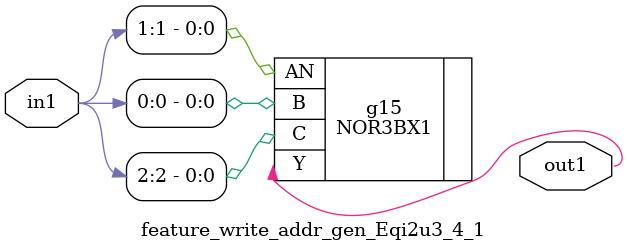
<source format=v>
`timescale 1ps / 1ps


module feature_write_addr_gen_Eqi2u3_4_1(in1, out1);
  input [2:0] in1;
  output out1;
  wire [2:0] in1;
  wire out1;
  NOR3BX1 g15(.AN (in1[1]), .B (in1[0]), .C (in1[2]), .Y (out1));
endmodule



</source>
